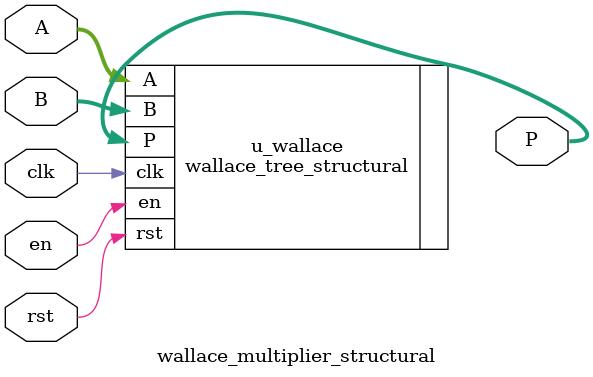
<source format=v>
module wallace_multiplier_structural (
    input  wire clk,
    input  wire rst,
    input  wire en,
    input  wire [7:0] A,
    input  wire [7:0] B,
    output wire [15:0] P
);
    wallace_tree_structural u_wallace (
        .clk(clk),
        .rst(rst),
        .en(en),
        .A(A),
        .B(B),
        .P(P)
    );
endmodule
</source>
